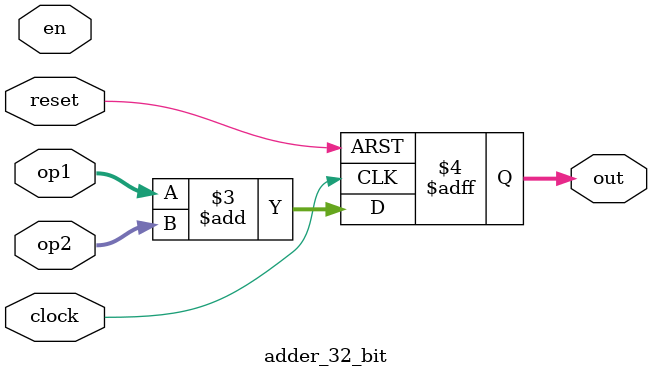
<source format=v>

module adder_32_bit(clock, en, reset, op1, op2, out);
  input clock;		       // Clock signal	
  input en;                    // Enable signal
  input reset;                 // Initial val control and reset
  input [31:0] op1;            // First 32 bit input to the adder
  input [31:0] op2;            // Second 32 bit input to the adder.
  output reg [31:0] out;

  always @(posedge clock or negedge reset) begin
    if(reset == 0) begin
      out <= 0;
    end else begin
      out = op1 + op2;
    end
  end
	


endmodule
</source>
